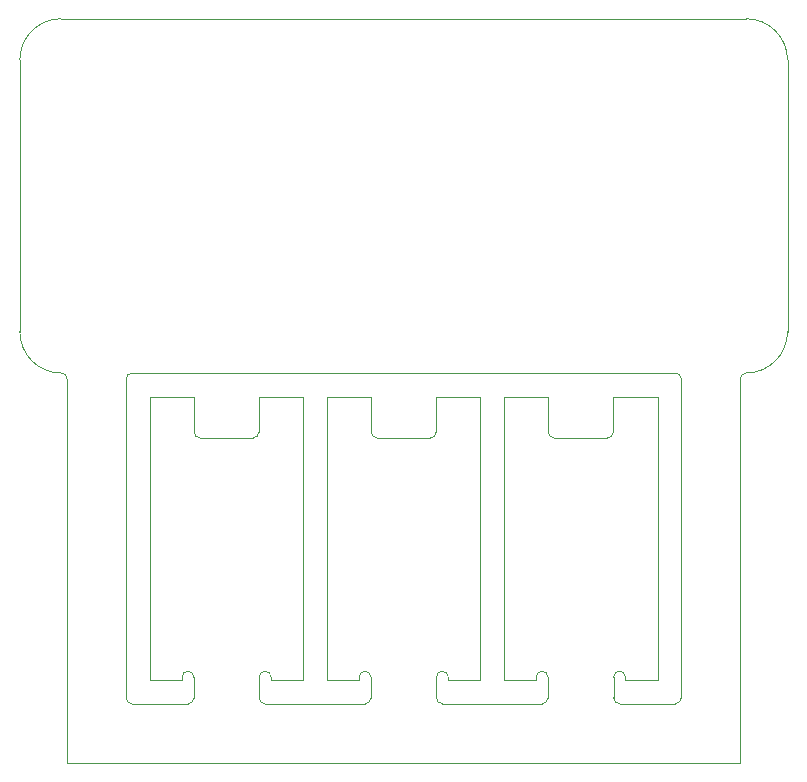
<source format=gbr>
%TF.GenerationSoftware,KiCad,Pcbnew,5.1.0*%
%TF.CreationDate,2019-04-05T03:55:09+02:00*%
%TF.ProjectId,BeerEyePi,42656572-4579-4655-9069-2e6b69636164,rev?*%
%TF.SameCoordinates,Original*%
%TF.FileFunction,Profile,NP*%
%FSLAX46Y46*%
G04 Gerber Fmt 4.6, Leading zero omitted, Abs format (unit mm)*
G04 Created by KiCad (PCBNEW 5.1.0) date 2019-04-05 03:55:09*
%MOMM*%
%LPD*%
G04 APERTURE LIST*
%ADD10C,0.100000*%
G04 APERTURE END LIST*
D10*
X144000000Y-132000000D02*
X144750000Y-132000000D01*
X150250000Y-132000000D02*
X151000000Y-132000000D01*
X145250000Y-135500000D02*
X149750000Y-135500000D01*
X130250000Y-135500000D02*
X134750000Y-135500000D01*
X129000000Y-132000000D02*
X129750000Y-132000000D01*
X136000000Y-132000000D02*
X135250000Y-132000000D01*
X119750000Y-135500000D02*
X115250000Y-135500000D01*
X120250000Y-132000000D02*
X121000000Y-132000000D01*
X114000000Y-132000000D02*
X114750000Y-132000000D01*
X161000000Y-163000000D02*
X161000000Y-130500000D01*
X104000000Y-130500000D02*
X104000000Y-163000000D01*
X104000000Y-163000000D02*
X161000000Y-163000000D01*
X161500000Y-130000000D02*
G75*
G03X161000000Y-130500000I0J-500000D01*
G01*
X104000000Y-130500000D02*
G75*
G03X103500000Y-130000000I-500000J0D01*
G01*
X100000000Y-103500000D02*
X100000000Y-126500000D01*
X161500000Y-100000000D02*
X103500000Y-100000000D01*
X165000000Y-126500000D02*
X165000000Y-103500000D01*
X100000000Y-103500000D02*
G75*
G02X103500000Y-100000000I3500000J0D01*
G01*
X103500000Y-130000000D02*
G75*
G02X100000000Y-126500000I0J3500000D01*
G01*
X161500000Y-100000000D02*
G75*
G02X165000000Y-103500000I0J-3500000D01*
G01*
X165000000Y-126500000D02*
G75*
G02X161500000Y-130000000I-3500000J0D01*
G01*
X156000000Y-130500000D02*
X156000000Y-157500000D01*
X109500000Y-130000000D02*
X155500000Y-130000000D01*
X155500000Y-158000000D02*
X150775000Y-158000000D01*
X155500000Y-158000000D02*
G75*
G03X156000000Y-157500000I0J500000D01*
G01*
X109000000Y-130500000D02*
X109000000Y-157500000D01*
X109500000Y-158000000D02*
X114225000Y-158000000D01*
X109500000Y-158000000D02*
G75*
G02X109000000Y-157500000I0J500000D01*
G01*
X144725000Y-157500000D02*
X144725000Y-155750000D01*
X150275000Y-157500000D02*
X150275000Y-155750000D01*
X114725000Y-157500000D02*
X114725000Y-155750000D01*
X120275000Y-157500000D02*
X120275000Y-155750000D01*
X129225000Y-158000000D02*
X120775000Y-158000000D01*
X129725000Y-157500000D02*
X129725000Y-155750000D01*
X135275000Y-155750000D02*
X135275000Y-157500000D01*
X144225000Y-158000000D02*
X135775000Y-158000000D01*
X111000000Y-132000000D02*
X111000000Y-156000000D01*
X114750000Y-135000000D02*
X114750000Y-132000000D01*
X120250000Y-132000000D02*
X120250000Y-135000000D01*
X124000000Y-156000000D02*
X124000000Y-132000000D01*
X126000000Y-132000000D02*
X126000000Y-156000000D01*
X129750000Y-135000000D02*
X129750000Y-132000000D01*
X135250000Y-132000000D02*
X135250000Y-135000000D01*
X139000000Y-156000000D02*
X139000000Y-132000000D01*
X141000000Y-132000000D02*
X141000000Y-156000000D01*
X144750000Y-135000000D02*
X144750000Y-132000000D01*
X150250000Y-135000000D02*
X150250000Y-132000000D01*
X154000000Y-156000000D02*
X154000000Y-132000000D01*
X109500000Y-130000000D02*
G75*
G03X109000000Y-130500000I0J-500000D01*
G01*
X155500000Y-130000000D02*
G75*
G02X156000000Y-130500000I0J-500000D01*
G01*
X114725000Y-157500000D02*
G75*
G02X114225000Y-158000000I-500000J0D01*
G01*
X150775000Y-158000000D02*
G75*
G02X150275000Y-157500000I0J500000D01*
G01*
X144725000Y-157500000D02*
G75*
G02X144225000Y-158000000I-500000J0D01*
G01*
X120775000Y-158000000D02*
G75*
G02X120275000Y-157500000I0J500000D01*
G01*
X135775000Y-158000000D02*
G75*
G02X135275000Y-157500000I0J500000D01*
G01*
X129725000Y-157500000D02*
G75*
G02X129225000Y-158000000I-500000J0D01*
G01*
X135250000Y-135000000D02*
G75*
G02X134750000Y-135500000I-500000J0D01*
G01*
X130250000Y-135500000D02*
G75*
G02X129750000Y-135000000I0J500000D01*
G01*
X150250000Y-135000000D02*
G75*
G02X149750000Y-135500000I-500000J0D01*
G01*
X145250000Y-135500000D02*
G75*
G02X144750000Y-135000000I0J500000D01*
G01*
X115250000Y-135500000D02*
G75*
G02X114750000Y-135000000I0J500000D01*
G01*
X120250000Y-135000000D02*
G75*
G02X119750000Y-135500000I-500000J0D01*
G01*
X141000000Y-156000000D02*
X143725000Y-156000000D01*
X151275000Y-156000000D02*
X154000000Y-156000000D01*
X151275000Y-155750000D02*
X151275000Y-156000000D01*
X150275000Y-155750000D02*
G75*
G02X151275000Y-155750000I500000J0D01*
G01*
X143725000Y-155750000D02*
X143725000Y-156000000D01*
X143725000Y-155750000D02*
G75*
G02X144725000Y-155750000I500000J0D01*
G01*
X126000000Y-156000000D02*
X128725000Y-156000000D01*
X136275000Y-156000000D02*
X139000000Y-156000000D01*
X128725000Y-155750000D02*
X128725000Y-156000000D01*
X128725000Y-155750000D02*
G75*
G02X129725000Y-155750000I500000J0D01*
G01*
X136275000Y-155750000D02*
X136275000Y-156000000D01*
X135275000Y-155750000D02*
G75*
G02X136275000Y-155750000I500000J0D01*
G01*
X124000000Y-156000000D02*
X121275000Y-156000000D01*
X111000000Y-156000000D02*
X113725000Y-156000000D01*
X121275000Y-155750000D02*
X121275000Y-156000000D01*
X120275000Y-155750000D02*
G75*
G02X121275000Y-155750000I500000J0D01*
G01*
X113725000Y-155750000D02*
G75*
G02X114725000Y-155750000I500000J0D01*
G01*
X113725000Y-155750000D02*
X113725000Y-156000000D01*
X136000000Y-132000000D02*
X139000000Y-132000000D01*
X126000000Y-132000000D02*
X129000000Y-132000000D01*
X151000000Y-132000000D02*
X154000000Y-132000000D01*
X141000000Y-132000000D02*
X144000000Y-132000000D01*
X114000000Y-132000000D02*
X111000000Y-132000000D01*
X121000000Y-132000000D02*
X124000000Y-132000000D01*
M02*

</source>
